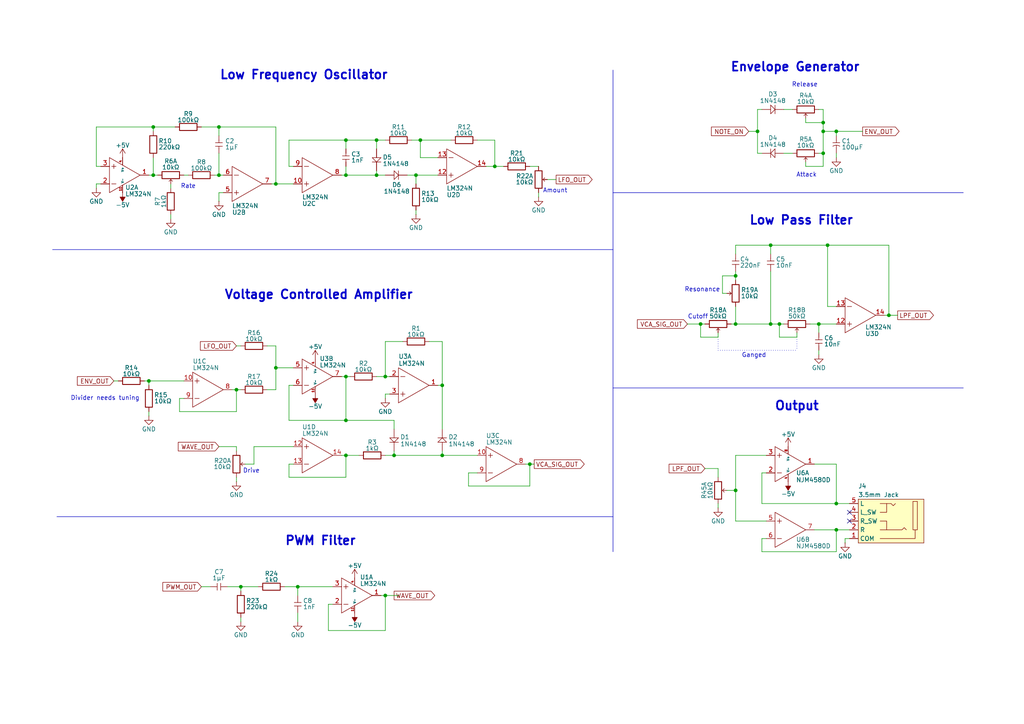
<source format=kicad_sch>
(kicad_sch (version 20250114) (generator "eeschema") (generator_version "9.0")
  (paper "A4")
  (text "Cutoff" (at 202.438 91.948 0) (effects (font (size 1.27 1.27))))
  (text "Output" (at 231.14 117.856 0) (effects (font (size 2.54 2.54) (thickness 0.508) (bold yes))))
  (text "PWM Filter" (at 92.964 156.972 0) (effects (font (size 2.54 2.54) (thickness 0.508) (bold yes))))
  (text "Rate" (at 54.61 54.102 0) (effects (font (size 1.27 1.27))))
  (text "Ganged" (at 218.694 103.124 0) (effects (font (size 1.27 1.27))))
  (text "Low Frequency Oscillator" (at 88.138 21.844 0) (effects (font (size 2.54 2.54) (thickness 0.508) (bold yes))))
  (text "Resonance" (at 203.708 84.074 0) (effects (font (size 1.27 1.27))))
  (text "Envelope Generator" (at 230.632 19.558 0) (effects (font (size 2.54 2.54) (thickness 0.508) (bold yes))))
  (text "Drive" (at 72.898 136.652 0) (effects (font (size 1.27 1.27))))
  (text "Divider needs tuning\n" (at 30.48 115.57 0) (effects (font (size 1.27 1.27))))
  (text "Amount" (at 161.036 55.372 0) (effects (font (size 1.27 1.27))))
  (text "Low Pass Filter" (at 232.41 64.008 0) (effects (font (size 2.54 2.54) (thickness 0.508) (bold yes))))
  (text "Attack\n" (at 233.934 50.8 0) (effects (font (size 1.27 1.27))))
  (text "Voltage Controlled Amplifier" (at 92.456 85.598 0) (effects (font (size 2.54 2.54) (thickness 0.508) (bold yes))))
  (text "Release" (at 233.426 24.638 0) (effects (font (size 1.27 1.27))))
  (junction (at 120.65 50.8))
  (junction (at 128.27 132.08))
  (junction (at 242.57 153.67))
  (junction (at 257.81 91.44))
  (junction (at 111.76 109.22))
  (junction (at 100.33 121.92))
  (junction (at 100.33 109.22))
  (junction (at 223.52 71.12))
  (junction (at 226.06 93.98))
  (junction (at 109.22 40.64))
  (junction (at 213.36 142.24))
  (junction (at 242.57 146.05))
  (junction (at 213.36 93.98))
  (junction (at 238.76 44.45))
  (junction (at 109.22 50.8))
  (junction (at 80.01 106.68))
  (junction (at 63.5 36.83))
  (junction (at 153.67 134.62))
  (junction (at 128.27 111.76))
  (junction (at 203.2 93.98))
  (junction (at 63.5 50.8))
  (junction (at 238.76 35.56))
  (junction (at 44.45 36.83))
  (junction (at 121.92 40.64))
  (junction (at 237.49 93.98))
  (junction (at 100.33 40.64))
  (junction (at 213.36 80.01))
  (junction (at 44.45 50.8))
  (junction (at 242.57 38.1))
  (junction (at 68.58 113.03))
  (junction (at 143.51 48.26))
  (junction (at 219.71 38.1))
  (junction (at 223.52 93.98))
  (junction (at 86.36 170.18))
  (junction (at 111.76 172.72))
  (junction (at 69.85 170.18))
  (junction (at 43.18 110.49))
  (junction (at 80.01 53.34))
  (junction (at 100.33 132.08))
  (junction (at 238.76 38.1))
  (junction (at 240.03 71.12))
  (junction (at 114.3 132.08))
  (junction (at 100.33 50.8))
  (no_connect (at 246.38 151.13))
  (no_connect (at 246.38 148.59))
  (wire (pts (xy 63.5 55.88) (xy 64.77 55.88)))
  (wire (pts (xy 213.36 93.98) (xy 213.36 88.9)))
  (wire (pts (xy 86.36 170.18) (xy 96.52 170.18)))
  (wire (pts (xy 204.47 135.89) (xy 208.28 135.89)))
  (wire (pts (xy 213.36 73.66) (xy 213.36 71.12)))
  (wire (pts (xy 219.71 31.75) (xy 219.71 38.1)))
  (wire (pts (xy 213.36 132.08) (xy 222.25 132.08)))
  (wire (pts (xy 242.57 134.62) (xy 236.22 134.62)))
  (wire (pts (xy 213.36 142.24) (xy 213.36 132.08)))
  (wire (pts (xy 63.5 36.83) (xy 63.5 39.37)))
  (wire (pts (xy 68.58 113.03) (xy 67.31 113.03)))
  (wire (pts (xy 242.57 160.02) (xy 242.57 153.67)))
  (wire (pts (xy 50.8 36.83) (xy 44.45 36.83)))
  (wire (pts (xy 27.94 53.34) (xy 27.94 54.61)))
  (wire (pts (xy 128.27 99.06) (xy 128.27 111.76)))
  (wire (pts (xy 210.82 85.09) (xy 209.55 85.09)))
  (wire (pts (xy 128.27 111.76) (xy 128.27 124.46)))
  (wire (pts (xy 203.2 97.79) (xy 203.2 93.98)))
  (wire (pts (xy 53.34 50.8) (xy 54.61 50.8)))
  (wire (pts (xy 95.25 175.26) (xy 95.25 182.88)))
  (wire (pts (xy 120.65 62.23) (xy 120.65 60.96)))
  (wire (pts (xy 113.03 114.3) (xy 111.76 114.3)))
  (wire (pts (xy 121.92 45.72) (xy 121.92 40.64)))
  (wire (pts (xy 219.71 38.1) (xy 219.71 44.45)))
  (wire (pts (xy 29.21 53.34) (xy 27.94 53.34)))
  (wire (pts (xy 43.18 119.38) (xy 43.18 120.65)))
  (wire (pts (xy 85.09 111.76) (xy 83.82 111.76)))
  (wire (pts (xy 109.22 49.53) (xy 109.22 50.8)))
  (wire (pts (xy 128.27 130.81) (xy 128.27 132.08)))
  (wire (pts (xy 257.81 71.12) (xy 257.81 91.44)))
  (wire (pts (xy 53.34 115.57) (xy 52.07 115.57)))
  (wire (pts (xy 237.49 93.98) (xy 242.57 93.98)))
  (wire (pts (xy 234.95 93.98) (xy 237.49 93.98)))
  (wire (pts (xy 41.91 110.49) (xy 43.18 110.49)))
  (wire (pts (xy 69.85 179.07) (xy 69.85 180.34)))
  (wire (pts (xy 116.84 99.06) (xy 111.76 99.06)))
  (wire (pts (xy 63.5 58.42) (xy 63.5 55.88)))
  (wire (pts (xy 63.5 129.54) (xy 68.58 129.54)))
  (wire (pts (xy 77.47 100.33) (xy 80.01 100.33)))
  (wire (pts (xy 100.33 50.8) (xy 100.33 48.26)))
  (wire (pts (xy 44.45 45.72) (xy 44.45 50.8)))
  (wire (pts (xy 138.43 137.16) (xy 135.89 137.16)))
  (wire (pts (xy 83.82 121.92) (xy 100.33 121.92)))
  (wire (pts (xy 213.36 71.12) (xy 223.52 71.12)))
  (wire (pts (xy 85.09 134.62) (xy 83.82 134.62)))
  (wire (pts (xy 69.85 170.18) (xy 74.93 170.18)))
  (wire (pts (xy 114.3 121.92) (xy 100.33 121.92)))
  (wire (pts (xy 73.66 129.54) (xy 85.09 129.54)))
  (wire (pts (xy 220.98 156.21) (xy 220.98 160.02)))
  (wire (pts (xy 77.47 113.03) (xy 80.01 113.03)))
  (wire (pts (xy 227.33 31.75) (xy 229.87 31.75)))
  (wire (pts (xy 227.33 44.45) (xy 229.87 44.45)))
  (wire (pts (xy 68.58 129.54) (xy 68.58 130.81)))
  (wire (pts (xy 209.55 85.09) (xy 209.55 80.01)))
  (wire (pts (xy 213.36 142.24) (xy 213.36 151.13)))
  (wire (pts (xy 128.27 111.76) (xy 127 111.76)))
  (wire (pts (xy 203.2 93.98) (xy 204.47 93.98)))
  (wire (pts (xy 226.06 93.98) (xy 227.33 93.98)))
  (wire (pts (xy 143.51 40.64) (xy 143.51 48.26)))
  (wire (pts (xy 44.45 36.83) (xy 27.94 36.83)))
  (wire (pts (xy 43.18 110.49) (xy 53.34 110.49)))
  (wire (pts (xy 73.66 134.62) (xy 73.66 129.54)))
  (wire (pts (xy 242.57 38.1) (xy 250.19 38.1)))
  (wire (pts (xy 242.57 153.67) (xy 246.38 153.67)))
  (wire (pts (xy 219.71 44.45) (xy 220.98 44.45)))
  (polyline (pts (xy 177.8 112.522) (xy 279.4 112.522)))
  (wire (pts (xy 100.33 109.22) (xy 100.33 121.92)))
  (wire (pts (xy 68.58 138.43) (xy 68.58 139.7)))
  (wire (pts (xy 156.21 55.88) (xy 156.21 57.15)))
  (wire (pts (xy 114.3 132.08) (xy 128.27 132.08)))
  (wire (pts (xy 63.5 36.83) (xy 80.01 36.83)))
  (wire (pts (xy 257.81 91.44) (xy 260.35 91.44)))
  (wire (pts (xy 161.29 52.07) (xy 158.75 52.07)))
  (wire (pts (xy 231.14 96.52) (xy 231.14 97.79)))
  (wire (pts (xy 121.92 40.64) (xy 130.81 40.64)))
  (wire (pts (xy 223.52 93.98) (xy 226.06 93.98)))
  (wire (pts (xy 58.42 170.18) (xy 60.96 170.18)))
  (wire (pts (xy 100.33 109.22) (xy 101.6 109.22)))
  (wire (pts (xy 213.36 93.98) (xy 223.52 93.98)))
  (wire (pts (xy 128.27 132.08) (xy 138.43 132.08)))
  (wire (pts (xy 223.52 71.12) (xy 223.52 73.66)))
  (wire (pts (xy 83.82 138.43) (xy 100.33 138.43)))
  (polyline (pts (xy 177.8 55.88) (xy 279.4 55.88)))
  (wire (pts (xy 111.76 99.06) (xy 111.76 109.22)))
  (wire (pts (xy 114.3 130.81) (xy 114.3 132.08)))
  (wire (pts (xy 95.25 182.88) (xy 111.76 182.88)))
  (wire (pts (xy 111.76 114.3) (xy 111.76 115.57)))
  (wire (pts (xy 143.51 48.26) (xy 146.05 48.26)))
  (wire (pts (xy 80.01 113.03) (xy 80.01 106.68)))
  (wire (pts (xy 43.18 110.49) (xy 43.18 111.76)))
  (wire (pts (xy 86.36 170.18) (xy 86.36 172.72)))
  (wire (pts (xy 68.58 113.03) (xy 69.85 113.03)))
  (wire (pts (xy 208.28 146.05) (xy 208.28 147.32)))
  (wire (pts (xy 257.81 91.44) (xy 256.54 91.44)))
  (wire (pts (xy 231.14 97.79) (xy 226.06 97.79)))
  (polyline (pts (xy 208.28 97.79) (xy 208.28 101.6)) (stroke (width 0) (type dot)))
  (wire (pts (xy 99.06 50.8) (xy 100.33 50.8)))
  (wire (pts (xy 111.76 109.22) (xy 113.03 109.22)))
  (wire (pts (xy 111.76 172.72) (xy 115.57 172.72)))
  (wire (pts (xy 238.76 31.75) (xy 238.76 35.56)))
  (wire (pts (xy 109.22 40.64) (xy 111.76 40.64)))
  (wire (pts (xy 69.85 170.18) (xy 69.85 171.45)))
  (wire (pts (xy 238.76 38.1) (xy 238.76 44.45)))
  (wire (pts (xy 86.36 177.8) (xy 86.36 180.34)))
  (polyline (pts (xy 16.51 149.86) (xy 177.8 149.86)))
  (wire (pts (xy 63.5 50.8) (xy 64.77 50.8)))
  (wire (pts (xy 153.67 134.62) (xy 152.4 134.62)))
  (wire (pts (xy 213.36 80.01) (xy 213.36 81.28)))
  (wire (pts (xy 223.52 78.74) (xy 223.52 93.98)))
  (wire (pts (xy 208.28 96.52) (xy 208.28 97.79)))
  (wire (pts (xy 27.94 36.83) (xy 27.94 48.26)))
  (wire (pts (xy 33.02 110.49) (xy 34.29 110.49)))
  (wire (pts (xy 238.76 38.1) (xy 242.57 38.1)))
  (wire (pts (xy 238.76 31.75) (xy 237.49 31.75)))
  (wire (pts (xy 80.01 53.34) (xy 78.74 53.34)))
  (wire (pts (xy 238.76 48.26) (xy 238.76 44.45)))
  (wire (pts (xy 240.03 71.12) (xy 240.03 88.9)))
  (wire (pts (xy 217.17 38.1) (xy 219.71 38.1)))
  (wire (pts (xy 242.57 88.9) (xy 240.03 88.9)))
  (wire (pts (xy 240.03 71.12) (xy 257.81 71.12)))
  (wire (pts (xy 100.33 50.8) (xy 109.22 50.8)))
  (wire (pts (xy 246.38 156.21) (xy 245.11 156.21)))
  (wire (pts (xy 83.82 40.64) (xy 100.33 40.64)))
  (wire (pts (xy 209.55 80.01) (xy 213.36 80.01)))
  (wire (pts (xy 82.55 170.18) (xy 86.36 170.18)))
  (wire (pts (xy 238.76 35.56) (xy 238.76 38.1)))
  (wire (pts (xy 109.22 109.22) (xy 111.76 109.22)))
  (wire (pts (xy 121.92 40.64) (xy 119.38 40.64)))
  (wire (pts (xy 242.57 146.05) (xy 246.38 146.05)))
  (wire (pts (xy 80.01 106.68) (xy 85.09 106.68)))
  (wire (pts (xy 233.68 34.29) (xy 233.68 35.56)))
  (wire (pts (xy 111.76 182.88) (xy 111.76 172.72)))
  (wire (pts (xy 49.53 53.34) (xy 49.53 54.61)))
  (wire (pts (xy 222.25 156.21) (xy 220.98 156.21)))
  (wire (pts (xy 245.11 156.21) (xy 245.11 157.48)))
  (wire (pts (xy 83.82 134.62) (xy 83.82 138.43)))
  (wire (pts (xy 233.68 35.56) (xy 238.76 35.56)))
  (wire (pts (xy 109.22 50.8) (xy 111.76 50.8)))
  (wire (pts (xy 222.25 137.16) (xy 220.98 137.16)))
  (wire (pts (xy 199.39 93.98) (xy 203.2 93.98)))
  (wire (pts (xy 220.98 137.16) (xy 220.98 146.05)))
  (wire (pts (xy 242.57 44.45) (xy 242.57 45.72)))
  (wire (pts (xy 27.94 48.26) (xy 29.21 48.26)))
  (wire (pts (xy 153.67 134.62) (xy 154.94 134.62)))
  (polyline (pts (xy 177.8 20.32) (xy 177.8 160.02)))
  (wire (pts (xy 213.36 78.74) (xy 213.36 80.01)))
  (wire (pts (xy 100.33 40.64) (xy 109.22 40.64)))
  (wire (pts (xy 153.67 48.26) (xy 156.21 48.26)))
  (wire (pts (xy 127 45.72) (xy 121.92 45.72)))
  (wire (pts (xy 120.65 50.8) (xy 127 50.8)))
  (wire (pts (xy 212.09 93.98) (xy 213.36 93.98)))
  (wire (pts (xy 49.53 62.23) (xy 49.53 63.5)))
  (wire (pts (xy 233.68 48.26) (xy 233.68 46.99)))
  (wire (pts (xy 138.43 40.64) (xy 143.51 40.64)))
  (wire (pts (xy 135.89 137.16) (xy 135.89 140.97)))
  (wire (pts (xy 143.51 48.26) (xy 140.97 48.26)))
  (wire (pts (xy 80.01 53.34) (xy 85.09 53.34)))
  (wire (pts (xy 120.65 50.8) (xy 120.65 53.34)))
  (wire (pts (xy 96.52 175.26) (xy 95.25 175.26)))
  (wire (pts (xy 85.09 48.26) (xy 83.82 48.26)))
  (wire (pts (xy 99.06 132.08) (xy 100.33 132.08)))
  (polyline (pts (xy 208.28 101.6) (xy 231.14 101.6)) (stroke (width 0) (type dot)))
  (wire (pts (xy 208.28 135.89) (xy 208.28 138.43)))
  (wire (pts (xy 238.76 44.45) (xy 237.49 44.45)))
  (wire (pts (xy 237.49 101.6) (xy 237.49 102.87)))
  (wire (pts (xy 220.98 31.75) (xy 219.71 31.75)))
  (wire (pts (xy 110.49 172.72) (xy 111.76 172.72)))
  (wire (pts (xy 62.23 50.8) (xy 63.5 50.8)))
  (wire (pts (xy 233.68 48.26) (xy 238.76 48.26)))
  (wire (pts (xy 222.25 151.13) (xy 213.36 151.13)))
  (wire (pts (xy 80.01 36.83) (xy 80.01 53.34)))
  (wire (pts (xy 100.33 132.08) (xy 104.14 132.08)))
  (wire (pts (xy 100.33 138.43) (xy 100.33 132.08)))
  (polyline (pts (xy 15.24 72.39) (xy 177.8 72.39)))
  (wire (pts (xy 111.76 132.08) (xy 114.3 132.08)))
  (wire (pts (xy 208.28 97.79) (xy 203.2 97.79)))
  (wire (pts (xy 223.52 71.12) (xy 240.03 71.12)))
  (wire (pts (xy 66.04 170.18) (xy 69.85 170.18)))
  (wire (pts (xy 83.82 111.76) (xy 83.82 121.92)))
  (wire (pts (xy 44.45 50.8) (xy 45.72 50.8)))
  (wire (pts (xy 114.3 124.46) (xy 114.3 121.92)))
  (wire (pts (xy 226.06 97.79) (xy 226.06 93.98)))
  (wire (pts (xy 68.58 119.38) (xy 68.58 113.03)))
  (wire (pts (xy 135.89 140.97) (xy 153.67 140.97)))
  (wire (pts (xy 71.12 134.62) (xy 73.66 134.62)))
  (wire (pts (xy 43.18 50.8) (xy 44.45 50.8)))
  (wire (pts (xy 52.07 115.57) (xy 52.07 119.38)))
  (wire (pts (xy 118.11 50.8) (xy 120.65 50.8)))
  (wire (pts (xy 237.49 93.98) (xy 237.49 96.52)))
  (wire (pts (xy 58.42 36.83) (xy 63.5 36.83)))
  (wire (pts (xy 242.57 38.1) (xy 242.57 39.37)))
  (wire (pts (xy 100.33 43.18) (xy 100.33 40.64)))
  (wire (pts (xy 220.98 146.05) (xy 242.57 146.05)))
  (wire (pts (xy 83.82 48.26) (xy 83.82 40.64)))
  (wire (pts (xy 99.06 109.22) (xy 100.33 109.22)))
  (wire (pts (xy 80.01 100.33) (xy 80.01 106.68)))
  (wire (pts (xy 242.57 146.05) (xy 242.57 134.62)))
  (wire (pts (xy 109.22 43.18) (xy 109.22 40.64)))
  (wire (pts (xy 52.07 119.38) (xy 68.58 119.38)))
  (wire (pts (xy 210.82 142.24) (xy 213.36 142.24)))
  (wire (pts (xy 63.5 44.45) (xy 63.5 50.8)))
  (wire (pts (xy 44.45 36.83) (xy 44.45 38.1)))
  (wire (pts (xy 124.46 99.06) (xy 128.27 99.06)))
  (wire (pts (xy 68.58 100.33) (xy 69.85 100.33)))
  (wire (pts (xy 220.98 160.02) (xy 242.57 160.02)))
  (wire (pts (xy 153.67 134.62) (xy 153.67 140.97)))
  (wire (pts (xy 236.22 153.67) (xy 242.57 153.67)))
  (polyline (pts (xy 231.14 97.79) (xy 231.14 101.6)) (stroke (width 0) (type dot)))
  (global_label "LFO_OUT" (shape output) (at 161.29 52.07 0) (property "Intersheetrefs" "${INTERSHEET_REFS}" (effects (hide yes))))
  (global_label "NOTE_ON" (shape input) (at 217.17 38.1 180) (property "Intersheetrefs" "${INTERSHEET_REFS}" (effects (hide yes))))
  (global_label "LPF_OUT" (shape input) (at 204.47 135.89 180) (property "Intersheetrefs" "${INTERSHEET_REFS}" (effects (hide yes))))
  (global_label "PWM_OUT" (shape input) (at 58.42 170.18 180) (property "Intersheetrefs" "${INTERSHEET_REFS}" (effects (hide yes))))
  (global_label "WAVE_OUT" (shape input) (at 63.5 129.54 180) (property "Intersheetrefs" "${INTERSHEET_REFS}" (effects (hide yes))))
  (global_label "VCA_SIG_OUT" (shape input) (at 199.39 93.98 180) (property "Intersheetrefs" "${INTERSHEET_REFS}" (effects (hide yes))))
  (global_label "VCA_SIG_OUT" (shape output) (at 154.94 134.62 0) (property "Intersheetrefs" "${INTERSHEET_REFS}" (effects (hide yes))))
  (global_label "WAVE_OUT" (shape output) (at 114.3 172.72 0) (property "Intersheetrefs" "${INTERSHEET_REFS}" (effects (hide yes))))
  (global_label "ENV_OUT" (shape input) (at 33.02 110.49 180) (property "Intersheetrefs" "${INTERSHEET_REFS}" (effects (hide yes))))
  (global_label "LFO_OUT" (shape input) (at 68.58 100.33 180) (property "Intersheetrefs" "${INTERSHEET_REFS}" (effects (hide yes))))
  (global_label "LPF_OUT" (shape output) (at 260.35 91.44 0) (property "Intersheetrefs" "${INTERSHEET_REFS}" (effects (hide yes))))
  (global_label "ENV_OUT" (shape output) (at 250.19 38.1 0) (property "Intersheetrefs" "${INTERSHEET_REFS}" (effects (hide yes))))
  (symbol (lib_id "power:+5V") (at 228.6 129.54 0) (unit 1)
    (property "Reference" "#PWR033" (effects (hide yes)))
    (property "Value" "+5V" (at 228.6 125.984 0))
    (property "Description" "Power symbol creates a global label with name \"+5V\"" (effects (hide yes)))
  )
  (symbol (lib_id "LiveWires:PTV112-4420A-A103") (at 49.53 50.8 0) (mirror y) (unit 1)
    (property "Reference" "R6" (at 49.53 46.736 0))
    (property "Value" "10kΩ" (at 49.53 48.514 0))
    (property "Footprint" "LiveWires:PTV112-4420A" (effects (hide yes)))
    (property "Description" "10K Dual Ganged Pot Audio Taper" (effects (hide yes)))
    (property "Cost" "0.899" (effects (hide yes)))
    (property "MPN" "PTV112-4420A-A103" (effects (hide yes)))
    (property "Manufacturer" "Bourns" (effects (hide yes)))
  )
  (symbol (lib_id "LiveWires:LW_R-10K") (at 134.62 40.64 0) (unit 1)
    (property "Reference" "R12" (at 134.62 36.83 0))
    (property "Value" "10kΩ" (at 134.62 38.608 0))
    (property "Footprint" "LiveWires:LW_Res" (effects (hide yes)))
    (property "Description" "10kΩ Through Hole Resistor (Generic)" (effects (hide yes)))
    (property "Cost" "0.03" (effects (hide yes)))
    (property "MPN" "MF0W4FF1002" (effects (hide yes)))
    (property "Manufacturer" "Royal Ohm" (effects (hide yes)))
  )
  (symbol (lib_id "LiveWires:LM324N") (at 96.52 170.18 0) (unit 1)
    (property "Reference" "U1" (at 104.394 167.386 0) (effects (justify left)))
    (property "Value" "LM324N" (at 104.394 169.291 0) (effects (justify left)))
    (property "Footprint" "LiveWires:LW_DIP14_Narrow" (effects (hide yes)))
    (property "Datasheet" "https://www.ti.com/lit/ds/symlink/lm324ba.pdf" (effects (hide yes)))
    (property "Description" "4-unit op amp" (effects (hide yes)))
    (property "Cost" "0.25" (effects (hide yes)))
    (property "MPN" "LM324N" (effects (hide yes)))
    (property "Manufacturer" "TI" (effects (hide yes)))
  )
  (symbol (lib_id "LiveWires:PTV112-4420A-B503") (at 231.14 93.98 0) (unit 2)
    (property "Reference" "R18" (at 231.14 89.916 0))
    (property "Value" "50kΩ" (at 231.14 91.694 0))
    (property "Footprint" "LiveWires:PTV112-4420A" (effects (hide yes)))
    (property "Description" "Linear 50K Dual Ganged Pot" (effects (hide yes)))
    (property "Cost" "0.969" (effects (hide yes)))
    (property "MPN" "PTV112-4420A-B503" (effects (hide yes)))
    (property "Manufacturer" "Bourns" (effects (hide yes)))
  )
  (symbol (lib_id "LiveWires:LM324N") (at 33.655 61.595 0) (unit 5)
    (property "Reference" "U2" (effects (hide yes)))
    (property "Value" "LM324N" (effects (hide yes)))
    (property "Footprint" "LiveWires:LW_DIP14_Narrow" (effects (hide yes)))
    (property "Datasheet" "https://www.ti.com/lit/ds/symlink/lm324ba.pdf" (effects (hide yes)))
    (property "Description" "4-unit op amp" (effects (hide yes)))
    (property "Cost" "0.25" (effects (hide yes)))
    (property "MPN" "LM324N" (effects (hide yes)))
    (property "Manufacturer" "TI" (effects (hide yes)))
  )
  (symbol (lib_id "power:+5V") (at 91.44 104.14 0) (unit 1)
    (property "Reference" "#PWR02" (effects (hide yes)))
    (property "Value" "+5V" (at 91.44 100.584 0))
    (property "Description" "Power symbol creates a global label with name \"+5V\"" (effects (hide yes)))
  )
  (symbol (lib_id "LiveWires:LW_R-220K") (at 44.45 41.91 90) (unit 1)
    (property "Reference" "R10" (at 45.974 40.894 90) (effects (justify right)))
    (property "Value" "220kΩ" (at 45.974 42.672 90) (effects (justify right)))
    (property "Footprint" "LiveWires:LW_Res" (effects (hide yes)))
    (property "Description" "220kΩ Through Hole Resistor (Generic)" (effects (hide yes)))
    (property "Cost" "0.03" (effects (hide yes)))
    (property "MPN" "MF0W4FF2203" (effects (hide yes)))
    (property "Manufacturer" "Royal Ohm" (effects (hide yes)))
  )
  (symbol (lib_id "power:GND") (at 245.11 157.48 0) (unit 1)
    (property "Reference" "#PWR031" (effects (hide yes)))
    (property "Value" "GND" (at 245.11 161.29 0))
    (property "Description" "Power symbol creates a global label with name \"GND\" , ground" (effects (hide yes)))
  )
  (symbol (lib_id "LiveWires:LM324N") (at 85.09 129.54 0) (unit 4)
    (property "Reference" "U1" (at 87.63 123.825 0) (effects (justify left)))
    (property "Value" "LM324N" (at 87.63 125.73 0) (effects (justify left)))
    (property "Footprint" "LiveWires:LW_DIP14_Narrow" (effects (hide yes)))
    (property "Datasheet" "https://www.ti.com/lit/ds/symlink/lm324ba.pdf" (effects (hide yes)))
    (property "Description" "4-unit op amp" (effects (hide yes)))
    (property "Cost" "0.25" (effects (hide yes)))
    (property "MPN" "LM324N" (effects (hide yes)))
    (property "Manufacturer" "TI" (effects (hide yes)))
  )
  (symbol (lib_id "LiveWires:LW_C-10n") (at 223.52 76.2 90) (unit 1)
    (property "Reference" "C5" (at 225.044 75.184 90) (effects (justify right)))
    (property "Value" "10nF" (at 225.044 76.962 90) (effects (justify right)))
    (property "Footprint" "LiveWires:LW_CeramicCap_5.08mm" (effects (hide yes)))
    (property "Description" "10nF Ceramic Capacitor (generic)" (effects (hide yes)))
    (property "Cost" "0.07" (effects (hide yes)))
    (property "MPN" "TS170R1H103MSBFB0R" (effects (hide yes)))
    (property "Manufacturer" "Suntan" (effects (hide yes)))
  )
  (symbol (lib_id "LiveWires:LW_C-1n") (at 86.36 175.26 90) (unit 1)
    (property "Reference" "C8" (at 87.884 174.244 90) (effects (justify right)))
    (property "Value" "1nF" (at 87.884 176.022 90) (effects (justify right)))
    (property "Footprint" "LiveWires:LW_Cap_Disc" (effects (hide yes)))
    (property "Description" "1nF Ceramic Capacitor (generic)" (effects (hide yes)))
    (property "Cost" "0.09" (effects (hide yes)))
    (property "MPN" "TS170R2A102KSBBA0R" (effects (hide yes)))
    (property "Manufacturer" "Suntan" (effects (hide yes)))
  )
  (symbol (lib_id "power:GND") (at 242.57 45.72 0) (unit 1)
    (property "Reference" "#PWR04" (effects (hide yes)))
    (property "Value" "GND" (at 242.57 49.53 0))
    (property "Description" "Power symbol creates a global label with name \"GND\" , ground" (effects (hide yes)))
  )
  (symbol (lib_id "power:+5V") (at 102.87 167.64 0) (unit 1)
    (property "Reference" "#PWR013" (effects (hide yes)))
    (property "Value" "+5V" (at 102.87 164.084 0))
    (property "Description" "Power symbol creates a global label with name \"+5V\"" (effects (hide yes)))
  )
  (symbol (lib_id "LiveWires:1N4148") (at 220.98 31.75 0) (unit 1)
    (property "Reference" "D3" (at 224.155 27.305 0))
    (property "Value" "1N4148" (at 224.155 29.21 0))
    (property "Footprint" "LiveWires:LW_DIODE" (effects (hide yes)))
    (property "Description" "Small signal siwtching diode, through hole" (effects (hide yes)))
    (property "Cost" "0.016" (effects (hide yes)))
    (property "MPN" " 1N4148-T26A" (effects (hide yes)))
    (property "Manufacturer" "Onsemi" (effects (hide yes)))
  )
  (symbol (lib_id "LiveWires:LW_STEREO_JACK_3mm5") (at 246.38 146.05 0) (unit 1)
    (property "Reference" "J4" (at 248.92 140.97 0) (effects (justify left)))
    (property "Value" "3.5mm Jack" (at 248.92 143.51 0) (effects (justify left)))
    (property "Footprint" "LiveWires:LW_STEREO_JACK" (effects (hide yes)))
    (property "Datasheet" "https://static.rapidonline.com/pdf/20-0137_v1.pdf" (effects (hide yes)))
    (property "Description" "3.5mm stereo jack socket" (effects (hide yes)))
    (property "Cost" "0.264" (effects (hide yes)))
    (property "MPN" "20-0137" (effects (hide yes)))
    (property "Manufacturer" "TruConnect" (effects (hide yes)))
  )
  (symbol (lib_id "power:GND") (at 49.53 63.5 0) (unit 1)
    (property "Reference" "#PWR07" (effects (hide yes)))
    (property "Value" "GND" (at 49.53 67.31 0))
    (property "Description" "Power symbol creates a global label with name \"GND\" , ground" (effects (hide yes)))
  )
  (symbol (lib_id "LiveWires:NJM4580D") (at 227.33 147.32 0) (unit 3)
    (property "Reference" "U6" (effects (hide yes)))
    (property "Value" "NJM4580D" (effects (hide yes)))
    (property "Footprint" "LiveWires:LW_DIP8" (effects (hide yes)))
    (property "Datasheet" "https://www.nisshinbo-microdevices.co.jp/en/pdf/datasheet/NJM4580_E.pdf" (effects (hide yes)))
    (property "Description" "Stereo headphone amp" (effects (hide yes)))
    (property "Cost" "0.78" (effects (hide yes)))
    (property "MPN" "NJM4580D" (effects (hide yes)))
    (property "Manufacturer" "Nisshinbo" (effects (hide yes)))
  )
  (symbol (lib_id "LiveWires:NJM4580D") (at 222.25 132.08 0) (unit 1)
    (property "Reference" "U6" (at 230.886 137.16 0) (effects (justify left)))
    (property "Value" "NJM4580D" (at 230.886 139.192 0) (effects (justify left)))
    (property "Footprint" "LiveWires:LW_DIP8" (effects (hide yes)))
    (property "Datasheet" "https://www.nisshinbo-microdevices.co.jp/en/pdf/datasheet/NJM4580_E.pdf" (effects (hide yes)))
    (property "Description" "Stereo headphone amp" (effects (hide yes)))
    (property "Cost" "0.78" (effects (hide yes)))
    (property "MPN" "NJM4580D" (effects (hide yes)))
    (property "Manufacturer" "Nisshinbo" (effects (hide yes)))
  )
  (symbol (lib_id "LiveWires:LM324N") (at 64.77 55.88 0) (mirror x) (unit 2)
    (property "Reference" "U2" (at 67.31 61.595 0) (effects (justify left)))
    (property "Value" "LM324N" (at 67.31 59.69 0) (effects (justify left)))
    (property "Footprint" "LiveWires:LW_DIP14_Narrow" (effects (hide yes)))
    (property "Datasheet" "https://www.ti.com/lit/ds/symlink/lm324ba.pdf" (effects (hide yes)))
    (property "Description" "4-unit op amp" (effects (hide yes)))
    (property "Cost" "0.25" (effects (hide yes)))
    (property "MPN" "LM324N" (effects (hide yes)))
    (property "Manufacturer" "TI" (effects (hide yes)))
  )
  (symbol (lib_id "power:GND") (at 68.58 139.7 0) (unit 1)
    (property "Reference" "#PWR016" (effects (hide yes)))
    (property "Value" "GND" (at 68.58 143.51 0))
    (property "Description" "Power symbol creates a global label with name \"GND\" , ground" (effects (hide yes)))
  )
  (symbol (lib_id "LiveWires:LW_C-1n") (at 100.33 45.72 90) (unit 1)
    (property "Reference" "C3" (at 101.854 44.704 90) (effects (justify right)))
    (property "Value" "1nF" (at 101.854 46.482 90) (effects (justify right)))
    (property "Footprint" "LiveWires:LW_Cap_Disc" (effects (hide yes)))
    (property "Description" "1nF Ceramic Capacitor (generic)" (effects (hide yes)))
    (property "Cost" "0.09" (effects (hide yes)))
    (property "MPN" "TS170R2A102KSBBA0R" (effects (hide yes)))
    (property "Manufacturer" "Suntan" (effects (hide yes)))
  )
  (symbol (lib_id "LiveWires:LM324N") (at 100.965 183.515 0) (unit 5)
    (property "Reference" "U1" (effects (hide yes)))
    (property "Value" "LM324N" (effects (hide yes)))
    (property "Footprint" "LiveWires:LW_DIP14_Narrow" (effects (hide yes)))
    (property "Datasheet" "https://www.ti.com/lit/ds/symlink/lm324ba.pdf" (effects (hide yes)))
    (property "Description" "4-unit op amp" (effects (hide yes)))
    (property "Cost" "0.25" (effects (hide yes)))
    (property "MPN" "LM324N" (effects (hide yes)))
    (property "Manufacturer" "TI" (effects (hide yes)))
  )
  (symbol (lib_id "power:-5V") (at 91.44 114.3 180) (unit 1)
    (property "Reference" "#PWR03" (effects (hide yes)))
    (property "Value" "-5V" (at 91.44 117.856 0))
    (property "Description" "Power symbol creates a global label with name \"-5V\"" (effects (hide yes)))
  )
  (symbol (lib_id "LiveWires:LW_C-220n") (at 213.36 76.2 90) (unit 1)
    (property "Reference" "C4" (at 214.63 75.184 90) (effects (justify right)))
    (property "Value" "220nF" (at 214.63 76.962 90) (effects (justify right)))
    (property "Footprint" "LiveWires:LW_CeramicCap_5.08mm" (effects (hide yes)))
    (property "Description" "220nF Ceramic Capacitor (generic)" (effects (hide yes)))
    (property "Cost" "0.17" (effects (hide yes)))
    (property "MPN" "TS170R1H224MSBFB0R" (effects (hide yes)))
    (property "Manufacturer" "Suntan" (effects (hide yes)))
  )
  (symbol (lib_id "power:GND") (at 86.36 180.34 0) (unit 1)
    (property "Reference" "#PWR019" (effects (hide yes)))
    (property "Value" "GND" (at 86.36 184.15 0))
    (property "Description" "Power symbol creates a global label with name \"GND\" , ground" (effects (hide yes)))
  )
  (symbol (lib_id "LiveWires:LW_C-1u") (at 63.5 170.18 0) (unit 1)
    (property "Reference" "C7" (at 63.5 165.862 0))
    (property "Value" "1µF" (at 63.5 167.64 0))
    (property "Footprint" "LiveWires:LW_CeramicCap_5.08mm" (effects (hide yes)))
    (property "Description" "1µF Ceramic Capacitor (generic)" (effects (hide yes)))
    (property "Cost" "0.07" (effects (hide yes)))
    (property "MPN" "TS170R1H105MSBFB0R" (effects (hide yes)))
    (property "Manufacturer" "Suntan" (effects (hide yes)))
  )
  (symbol (lib_id "LiveWires:LW_C-1u") (at 63.5 41.91 90) (unit 1)
    (property "Reference" "C2" (at 65.278 40.894 90) (effects (justify right)))
    (property "Value" "1µF" (at 65.278 42.672 90) (effects (justify right)))
    (property "Footprint" "LiveWires:LW_CeramicCap_5.08mm" (effects (hide yes)))
    (property "Description" "1µF Ceramic Capacitor (generic)" (effects (hide yes)))
    (property "Cost" "0.07" (effects (hide yes)))
    (property "MPN" "TS170R1H105MSBFB0R" (effects (hide yes)))
    (property "Manufacturer" "Suntan" (effects (hide yes)))
  )
  (symbol (lib_id "power:GND") (at 237.49 102.87 0) (unit 1)
    (property "Reference" "#PWR012" (effects (hide yes)))
    (property "Value" "GND" (at 237.49 106.68 0))
    (property "Description" "Power symbol creates a global label with name \"GND\" , ground" (effects (hide yes)))
  )
  (symbol (lib_id "LiveWires:LM324N") (at 127 50.8 0) (mirror x) (unit 4)
    (property "Reference" "U2" (at 129.54 56.515 0) (effects (justify left)))
    (property "Value" "LM324N" (at 129.54 54.61 0) (effects (justify left)))
    (property "Footprint" "LiveWires:LW_DIP14_Narrow" (effects (hide yes)))
    (property "Datasheet" "https://www.ti.com/lit/ds/symlink/lm324ba.pdf" (effects (hide yes)))
    (property "Description" "4-unit op amp" (effects (hide yes)))
    (property "Cost" "0.25" (effects (hide yes)))
    (property "MPN" "LM324N" (effects (hide yes)))
    (property "Manufacturer" "TI" (effects (hide yes)))
  )
  (symbol (lib_id "LiveWires:PTV112-4420A-A103") (at 208.28 142.24 90) (unit 1)
    (property "Reference" "R45" (at 204.216 142.24 0))
    (property "Value" "10kΩ" (at 205.994 142.24 0))
    (property "Footprint" "LiveWires:PTV112-4420A" (effects (hide yes)))
    (property "Description" "10K Dual Ganged Pot Audio Taper" (effects (hide yes)))
    (property "Cost" "0.899" (effects (hide yes)))
    (property "MPN" "PTV112-4420A-A103" (effects (hide yes)))
    (property "Manufacturer" "Bourns" (effects (hide yes)))
  )
  (symbol (lib_id "power:-5V") (at 102.87 177.8 180) (unit 1)
    (property "Reference" "#PWR014" (effects (hide yes)))
    (property "Value" "-5V" (at 102.87 181.356 0))
    (property "Description" "Power symbol creates a global label with name \"-5V\"" (effects (hide yes)))
  )
  (symbol (lib_id "power:GND") (at 120.65 62.23 0) (unit 1)
    (property "Reference" "#PWR05" (effects (hide yes)))
    (property "Value" "GND" (at 120.65 66.04 0))
    (property "Description" "Power symbol creates a global label with name \"GND\" , ground" (effects (hide yes)))
  )
  (symbol (lib_id "LiveWires:LM324N") (at 89.535 120.015 0) (unit 5)
    (property "Reference" "U3" (effects (hide yes)))
    (property "Value" "LM324N" (effects (hide yes)))
    (property "Footprint" "LiveWires:LW_DIP14_Narrow" (effects (hide yes)))
    (property "Datasheet" "https://www.ti.com/lit/ds/symlink/lm324ba.pdf" (effects (hide yes)))
    (property "Description" "4-unit op amp" (effects (hide yes)))
    (property "Cost" "0.25" (effects (hide yes)))
    (property "MPN" "LM324N" (effects (hide yes)))
    (property "Manufacturer" "TI" (effects (hide yes)))
  )
  (symbol (lib_id "LiveWires:1N4148") (at 227.33 44.45 0) (mirror y) (unit 1)
    (property "Reference" "D4" (at 224.155 40.005 0))
    (property "Value" "1N4148" (at 224.155 41.91 0))
    (property "Footprint" "LiveWires:LW_DIODE" (effects (hide yes)))
    (property "Description" "Small signal siwtching diode, through hole" (effects (hide yes)))
    (property "Cost" "0.016" (effects (hide yes)))
    (property "MPN" " 1N4148-T26A" (effects (hide yes)))
    (property "Manufacturer" "Onsemi" (effects (hide yes)))
  )
  (symbol (lib_id "LiveWires:LM324N") (at 242.57 93.98 0) (mirror x) (unit 4)
    (property "Reference" "U3" (at 250.952 96.774 0) (effects (justify left)))
    (property "Value" "LM324N" (at 250.952 94.869 0) (effects (justify left)))
    (property "Footprint" "LiveWires:LW_DIP14_Narrow" (effects (hide yes)))
    (property "Datasheet" "https://www.ti.com/lit/ds/symlink/lm324ba.pdf" (effects (hide yes)))
    (property "Description" "4-unit op amp" (effects (hide yes)))
    (property "Cost" "0.25" (effects (hide yes)))
    (property "MPN" "LM324N" (effects (hide yes)))
    (property "Manufacturer" "TI" (effects (hide yes)))
  )
  (symbol (lib_id "power:GND") (at 43.18 120.65 0) (unit 1)
    (property "Reference" "#PWR011" (effects (hide yes)))
    (property "Value" "GND" (at 43.18 124.46 0))
    (property "Description" "Power symbol creates a global label with name \"GND\" , ground" (effects (hide yes)))
  )
  (symbol (lib_id "LiveWires:PTV112-4420A-A103") (at 213.36 85.09 270) (unit 1)
    (property "Reference" "R19" (at 217.424 84.074 90))
    (property "Value" "10kΩ" (at 217.424 85.852 90))
    (property "Footprint" "LiveWires:PTV112-4420A" (effects (hide yes)))
    (property "Description" "10K Dual Ganged Pot Audio Taper" (effects (hide yes)))
    (property "Cost" "0.899" (effects (hide yes)))
    (property "MPN" "PTV112-4420A-A103" (effects (hide yes)))
    (property "Manufacturer" "Bourns" (effects (hide yes)))
  )
  (symbol (lib_id "LiveWires:LW_R-10K") (at 43.18 115.57 90) (unit 1)
    (property "Reference" "R15" (at 44.704 114.554 90) (effects (justify right)))
    (property "Value" "10kΩ" (at 44.704 116.332 90) (effects (justify right)))
    (property "Footprint" "LiveWires:LW_Res" (effects (hide yes)))
    (property "Description" "10kΩ Through Hole Resistor (Generic)" (effects (hide yes)))
    (property "Cost" "0.03" (effects (hide yes)))
    (property "MPN" "MF0W4FF1002" (effects (hide yes)))
    (property "Manufacturer" "Royal Ohm" (effects (hide yes)))
  )
  (symbol (lib_id "LiveWires:LW_R-10K") (at 115.57 40.64 0) (unit 1)
    (property "Reference" "R11" (at 115.57 36.83 0))
    (property "Value" "10kΩ" (at 115.57 38.608 0))
    (property "Footprint" "LiveWires:LW_Res" (effects (hide yes)))
    (property "Description" "10kΩ Through Hole Resistor (Generic)" (effects (hide yes)))
    (property "Cost" "0.03" (effects (hide yes)))
    (property "MPN" "MF0W4FF1002" (effects (hide yes)))
    (property "Manufacturer" "Royal Ohm" (effects (hide yes)))
  )
  (symbol (lib_id "LiveWires:LW_R-1K") (at 78.74 170.18 0) (unit 1)
    (property "Reference" "R24" (at 78.74 166.37 0))
    (property "Value" "1kΩ" (at 78.74 168.148 0))
    (property "Footprint" "LiveWires:LW_Res" (effects (hide yes)))
    (property "Description" "1kΩ Through Hole Resistor (Generic)" (effects (hide yes)))
    (property "Cost" "0.03" (effects (hide yes)))
    (property "MPN" "MF0W4FF1001" (effects (hide yes)))
    (property "Manufacturer" "Royal Ohm" (effects (hide yes)))
  )
  (symbol (lib_id "LiveWires:LM324N") (at 53.34 110.49 0) (unit 3)
    (property "Reference" "U1" (at 55.88 104.775 0) (effects (justify left)))
    (property "Value" "LM324N" (at 55.88 106.68 0) (effects (justify left)))
    (property "Footprint" "LiveWires:LW_DIP14_Narrow" (effects (hide yes)))
    (property "Datasheet" "https://www.ti.com/lit/ds/symlink/lm324ba.pdf" (effects (hide yes)))
    (property "Description" "4-unit op amp" (effects (hide yes)))
    (property "Cost" "0.25" (effects (hide yes)))
    (property "MPN" "LM324N" (effects (hide yes)))
    (property "Manufacturer" "TI" (effects (hide yes)))
  )
  (symbol (lib_id "LiveWires:NJM4580D") (at 222.25 151.13 0) (unit 2)
    (property "Reference" "U6" (at 230.886 156.464 0) (effects (justify left)))
    (property "Value" "NJM4580D" (at 230.886 158.369 0) (effects (justify left)))
    (property "Footprint" "LiveWires:LW_DIP8" (effects (hide yes)))
    (property "Datasheet" "https://www.nisshinbo-microdevices.co.jp/en/pdf/datasheet/NJM4580_E.pdf" (effects (hide yes)))
    (property "Description" "Stereo headphone amp" (effects (hide yes)))
    (property "Cost" "0.78" (effects (hide yes)))
    (property "MPN" "NJM4580D" (effects (hide yes)))
    (property "Manufacturer" "Nisshinbo" (effects (hide yes)))
  )
  (symbol (lib_id "LiveWires:LW_R-220K") (at 69.85 175.26 90) (unit 1)
    (property "Reference" "R23" (at 71.374 174.244 90) (effects (justify right)))
    (property "Value" "220kΩ" (at 71.374 176.022 90) (effects (justify right)))
    (property "Footprint" "LiveWires:LW_Res" (effects (hide yes)))
    (property "Description" "220kΩ Through Hole Resistor (Generic)" (effects (hide yes)))
    (property "Cost" "0.03" (effects (hide yes)))
    (property "MPN" "MF0W4FF2203" (effects (hide yes)))
    (property "Manufacturer" "Royal Ohm" (effects (hide yes)))
  )
  (symbol (lib_id "power:GND") (at 156.21 57.15 0) (unit 1)
    (property "Reference" "#PWR020" (effects (hide yes)))
    (property "Value" "GND" (at 156.21 60.96 0))
    (property "Description" "Power symbol creates a global label with name \"GND\" , ground" (effects (hide yes)))
  )
  (symbol (lib_id "power:GND") (at 111.76 115.57 0) (unit 1)
    (property "Reference" "#PWR01" (effects (hide yes)))
    (property "Value" "GND" (at 111.76 119.38 0))
    (property "Description" "Power symbol creates a global label with name \"GND\" , ground" (effects (hide yes)))
  )
  (symbol (lib_id "LiveWires:LW_C-100u") (at 242.57 41.91 90) (unit 1)
    (property "Reference" "C1" (at 244.094 40.894 90) (effects (justify right)))
    (property "Value" "100µF" (at 244.094 42.672 90) (effects (justify right)))
    (property "Footprint" "LiveWires:LW_CAP_Radial_D6.3mm_P2.50mm" (effects (hide yes)))
    (property "Description" "100µF Electrolytic, Cap 6.3mm diameter, 2.5mm pitch, 35V" (effects (hide yes)))
    (property "Cost" "0.10" (effects (hide yes)))
    (property "MPN" "TS13DE1V101MSB0A0R" (effects (hide yes)))
    (property "Manufacturer" "Suntan" (effects (hide yes)))
  )
  (symbol (lib_id "LiveWires:LW_R-100K") (at 58.42 50.8 0) (unit 1)
    (property "Reference" "R8" (at 58.42 46.99 0))
    (property "Value" "100kΩ" (at 58.42 48.768 0))
    (property "Footprint" "LiveWires:LW_Res" (effects (hide yes)))
    (property "Description" "100kΩ Through Hole Resistor (Generic)" (effects (hide yes)))
    (property "Cost" "0.03" (effects (hide yes)))
    (property "MPN" "MF0W4FF1003" (effects (hide yes)))
    (property "Manufacturer" "Royal Ohm" (effects (hide yes)))
  )
  (symbol (lib_id "LiveWires:LW_R-10K") (at 149.86 48.26 0) (unit 1)
    (property "Reference" "R21" (at 149.86 44.45 0))
    (property "Value" "10kΩ" (at 149.86 46.228 0))
    (property "Footprint" "LiveWires:LW_Res" (effects (hide yes)))
    (property "Description" "10kΩ Through Hole Resistor (Generic)" (effects (hide yes)))
    (property "Cost" "0.03" (effects (hide yes)))
    (property "MPN" "MF0W4FF1002" (effects (hide yes)))
    (property "Manufacturer" "Royal Ohm" (effects (hide yes)))
  )
  (symbol (lib_id "LiveWires:LW_R-100K") (at 54.61 36.83 0) (unit 1)
    (property "Reference" "R9" (at 54.61 33.02 0))
    (property "Value" "100kΩ" (at 54.61 34.798 0))
    (property "Footprint" "LiveWires:LW_Res" (effects (hide yes)))
    (property "Description" "100kΩ Through Hole Resistor (Generic)" (effects (hide yes)))
    (property "Cost" "0.03" (effects (hide yes)))
    (property "MPN" "MF0W4FF1003" (effects (hide yes)))
    (property "Manufacturer" "Royal Ohm" (effects (hide yes)))
  )
  (symbol (lib_id "LiveWires:1N4148") (at 128.27 130.81 90) (unit 1)
    (property "Reference" "D2" (at 130.048 126.746 90) (effects (justify right)))
    (property "Value" "1N4148" (at 130.048 128.778 90) (effects (justify right)))
    (property "Footprint" "LiveWires:LW_DIODE" (effects (hide yes)))
    (property "Description" "Small signal siwtching diode, through hole" (effects (hide yes)))
    (property "Cost" "0.016" (effects (hide yes)))
    (property "MPN" " 1N4148-T26A" (effects (hide yes)))
    (property "Manufacturer" "Onsemi" (effects (hide yes)))
  )
  (symbol (lib_id "power:GND") (at 208.28 147.32 0) (unit 1)
    (property "Reference" "#PWR030" (effects (hide yes)))
    (property "Value" "GND" (at 208.28 151.13 0))
    (property "Description" "Power symbol creates a global label with name \"GND\" , ground" (effects (hide yes)))
  )
  (symbol (lib_id "LiveWires:1N4148") (at 111.76 50.8 0) (unit 1)
    (property "Reference" "D6" (at 115.062 53.594 0))
    (property "Value" "1N4148" (at 115.062 55.499 0))
    (property "Footprint" "LiveWires:LW_DIODE" (effects (hide yes)))
    (property "Description" "Small signal siwtching diode, through hole" (effects (hide yes)))
    (property "Cost" "0.016" (effects (hide yes)))
    (property "MPN" " 1N4148-T26A" (effects (hide yes)))
    (property "Manufacturer" "Onsemi" (effects (hide yes)))
  )
  (symbol (lib_id "power:+5V") (at 35.56 45.72 0) (unit 1)
    (property "Reference" "#PWR09" (effects (hide yes)))
    (property "Value" "+5V" (at 35.56 42.164 0))
    (property "Description" "Power symbol creates a global label with name \"+5V\"" (effects (hide yes)))
  )
  (symbol (lib_id "LiveWires:LW_R-1K") (at 49.53 58.42 90) (unit 1)
    (property "Reference" "R7" (at 45.72 58.42 0))
    (property "Value" "1kΩ" (at 47.498 58.42 0))
    (property "Footprint" "LiveWires:LW_Res" (effects (hide yes)))
    (property "Description" "1kΩ Through Hole Resistor (Generic)" (effects (hide yes)))
    (property "Cost" "0.03" (effects (hide yes)))
    (property "MPN" "MF0W4FF1001" (effects (hide yes)))
    (property "Manufacturer" "Royal Ohm" (effects (hide yes)))
  )
  (symbol (lib_id "LiveWires:LW_C-10n") (at 237.49 99.06 90) (unit 1)
    (property "Reference" "C6" (at 239.014 98.044 90) (effects (justify right)))
    (property "Value" "10nF" (at 239.014 99.822 90) (effects (justify right)))
    (property "Footprint" "LiveWires:LW_CeramicCap_5.08mm" (effects (hide yes)))
    (property "Description" "10nF Ceramic Capacitor (generic)" (effects (hide yes)))
    (property "Cost" "0.07" (effects (hide yes)))
    (property "MPN" "TS170R1H103MSBFB0R" (effects (hide yes)))
    (property "Manufacturer" "Suntan" (effects (hide yes)))
  )
  (symbol (lib_id "LiveWires:LW_R-10K") (at 73.66 100.33 0) (unit 1)
    (property "Reference" "R16" (at 73.66 96.52 0))
    (property "Value" "10kΩ" (at 73.66 98.298 0))
    (property "Footprint" "LiveWires:LW_Res" (effects (hide yes)))
    (property "Description" "10kΩ Through Hole Resistor (Generic)" (effects (hide yes)))
    (property "Cost" "0.03" (effects (hide yes)))
    (property "MPN" "MF0W4FF1002" (effects (hide yes)))
    (property "Manufacturer" "Royal Ohm" (effects (hide yes)))
  )
  (symbol (lib_id "LiveWires:LW_R-1K") (at 107.95 132.08 0) (unit 1)
    (property "Reference" "R3" (at 107.95 128.27 0))
    (property "Value" "1kΩ" (at 107.95 130.048 0))
    (property "Footprint" "LiveWires:LW_Res" (effects (hide yes)))
    (property "Description" "1kΩ Through Hole Resistor (Generic)" (effects (hide yes)))
    (property "Cost" "0.03" (effects (hide yes)))
    (property "MPN" "MF0W4FF1001" (effects (hide yes)))
    (property "Manufacturer" "Royal Ohm" (effects (hide yes)))
  )
  (symbol (lib_id "LiveWires:LM324N") (at 138.43 132.08 0) (unit 3)
    (property "Reference" "U3" (at 140.97 126.365 0) (effects (justify left)))
    (property "Value" "LM324N" (at 140.97 128.27 0) (effects (justify left)))
    (property "Footprint" "LiveWires:LW_DIP14_Narrow" (effects (hide yes)))
    (property "Datasheet" "https://www.ti.com/lit/ds/symlink/lm324ba.pdf" (effects (hide yes)))
    (property "Description" "4-unit op amp" (effects (hide yes)))
    (property "Cost" "0.25" (effects (hide yes)))
    (property "MPN" "LM324N" (effects (hide yes)))
    (property "Manufacturer" "TI" (effects (hide yes)))
  )
  (symbol (lib_id "LiveWires:LM324N") (at 113.03 114.3 0) (mirror x) (unit 1)
    (property "Reference" "U3" (at 115.57 103.378 0) (effects (justify left)))
    (property "Value" "LM324N" (at 115.57 105.41 0) (effects (justify left)))
    (property "Footprint" "LiveWires:LW_DIP14_Narrow" (effects (hide yes)))
    (property "Datasheet" "https://www.ti.com/lit/ds/symlink/lm324ba.pdf" (effects (hide yes)))
    (property "Description" "4-unit op amp" (effects (hide yes)))
    (property "Cost" "0.25" (effects (hide yes)))
    (property "MPN" "LM324N" (effects (hide yes)))
    (property "Manufacturer" "TI" (effects (hide yes)))
  )
  (symbol (lib_id "LiveWires:1N4148") (at 109.22 43.18 270) (unit 1)
    (property "Reference" "D5" (at 110.998 45.593 90) (effects (justify left)))
    (property "Value" "1N4148" (at 110.998 47.498 90) (effects (justify left)))
    (property "Footprint" "LiveWires:LW_DIODE" (effects (hide yes)))
    (property "Description" "Small signal siwtching diode, through hole" (effects (hide yes)))
    (property "Cost" "0.016" (effects (hide yes)))
    (property "MPN" " 1N4148-T26A" (effects (hide yes)))
    (property "Manufacturer" "Onsemi" (effects (hide yes)))
  )
  (symbol (lib_id "LiveWires:LW_R-10K") (at 73.66 113.03 0) (unit 1)
    (property "Reference" "R17" (at 73.66 109.22 0))
    (property "Value" "10kΩ" (at 73.66 110.998 0))
    (property "Footprint" "LiveWires:LW_Res" (effects (hide yes)))
    (property "Description" "10kΩ Through Hole Resistor (Generic)" (effects (hide yes)))
    (property "Cost" "0.03" (effects (hide yes)))
    (property "MPN" "MF0W4FF1002" (effects (hide yes)))
    (property "Manufacturer" "Royal Ohm" (effects (hide yes)))
  )
  (symbol (lib_id "LiveWires:LM324N") (at 85.09 106.68 0) (unit 2)
    (property "Reference" "U3" (at 92.71 104.013 0) (effects (justify left)))
    (property "Value" "LM324N" (at 92.71 105.918 0) (effects (justify left)))
    (property "Footprint" "LiveWires:LW_DIP14_Narrow" (effects (hide yes)))
    (property "Datasheet" "https://www.ti.com/lit/ds/symlink/lm324ba.pdf" (effects (hide yes)))
    (property "Description" "4-unit op amp" (effects (hide yes)))
    (property "Cost" "0.25" (effects (hide yes)))
    (property "MPN" "LM324N" (effects (hide yes)))
    (property "Manufacturer" "TI" (effects (hide yes)))
  )
  (symbol (lib_id "LiveWires:LM324N") (at 29.21 48.26 0) (unit 1)
    (property "Reference" "U2" (at 36.322 54.356 0) (effects (justify left)))
    (property "Value" "LM324N" (at 36.322 56.261 0) (effects (justify left)))
    (property "Footprint" "LiveWires:LW_DIP14_Narrow" (effects (hide yes)))
    (property "Datasheet" "https://www.ti.com/lit/ds/symlink/lm324ba.pdf" (effects (hide yes)))
    (property "Description" "4-unit op amp" (effects (hide yes)))
    (property "Cost" "0.25" (effects (hide yes)))
    (property "MPN" "LM324N" (effects (hide yes)))
    (property "Manufacturer" "TI" (effects (hide yes)))
  )
  (symbol (lib_id "LiveWires:PTV112-4420A-A103") (at 156.21 52.07 90) (unit 1)
    (property "Reference" "R22" (at 154.686 51.054 90) (effects (justify left)))
    (property "Value" "10kΩ" (at 154.686 52.832 90) (effects (justify left)))
    (property "Footprint" "LiveWires:PTV112-4420A" (effects (hide yes)))
    (property "Description" "10K Dual Ganged Pot Audio Taper" (effects (hide yes)))
    (property "Cost" "0.899" (effects (hide yes)))
    (property "MPN" "PTV112-4420A-A103" (effects (hide yes)))
    (property "Manufacturer" "Bourns" (effects (hide yes)))
  )
  (symbol (lib_id "LiveWires:PTV112-4420A-A103") (at 233.68 44.45 0) (unit 1)
    (property "Reference" "R5" (at 233.68 40.386 0))
    (property "Value" "10kΩ" (at 233.68 42.164 0))
    (property "Footprint" "LiveWires:PTV112-4420A" (effects (hide yes)))
    (property "Description" "10K Dual Ganged Pot Audio Taper" (effects (hide yes)))
    (property "Cost" "0.899" (effects (hide yes)))
    (property "MPN" "PTV112-4420A-A103" (effects (hide yes)))
    (property "Manufacturer" "Bourns" (effects (hide yes)))
  )
  (symbol (lib_id "power:-5V") (at 228.6 139.7 180) (unit 1)
    (property "Reference" "#PWR032" (effects (hide yes)))
    (property "Value" "-5V" (at 228.6 143.256 0))
    (property "Description" "Power symbol creates a global label with name \"-5V\"" (effects (hide yes)))
  )
  (symbol (lib_id "power:GND") (at 63.5 58.42 0) (unit 1)
    (property "Reference" "#PWR06" (effects (hide yes)))
    (property "Value" "GND" (at 63.5 62.23 0))
    (property "Description" "Power symbol creates a global label with name \"GND\" , ground" (effects (hide yes)))
  )
  (symbol (lib_id "LiveWires:LW_R-10K") (at 105.41 109.22 0) (unit 1)
    (property "Reference" "R2" (at 105.41 105.41 0))
    (property "Value" "10kΩ" (at 105.41 107.188 0))
    (property "Footprint" "LiveWires:LW_Res" (effects (hide yes)))
    (property "Description" "10kΩ Through Hole Resistor (Generic)" (effects (hide yes)))
    (property "Cost" "0.03" (effects (hide yes)))
    (property "MPN" "MF0W4FF1002" (effects (hide yes)))
    (property "Manufacturer" "Royal Ohm" (effects (hide yes)))
  )
  (symbol (lib_id "LiveWires:LW_R-10K") (at 38.1 110.49 0) (unit 1)
    (property "Reference" "R14" (at 38.1 106.68 0))
    (property "Value" "10kΩ" (at 38.1 108.458 0))
    (property "Footprint" "LiveWires:LW_Res" (effects (hide yes)))
    (property "Description" "10kΩ Through Hole Resistor (Generic)" (effects (hide yes)))
    (property "Cost" "0.03" (effects (hide yes)))
    (property "MPN" "MF0W4FF1002" (effects (hide yes)))
    (property "Manufacturer" "Royal Ohm" (effects (hide yes)))
  )
  (symbol (lib_id "LiveWires:PTV112-4420A-A103") (at 68.58 134.62 90) (unit 1)
    (property "Reference" "R20" (at 67.056 133.604 90) (effects (justify left)))
    (property "Value" "10kΩ" (at 67.056 135.382 90) (effects (justify left)))
    (property "Footprint" "LiveWires:PTV112-4420A" (effects (hide yes)))
    (property "Description" "10K Dual Ganged Pot Audio Taper" (effects (hide yes)))
    (property "Cost" "0.899" (effects (hide yes)))
    (property "MPN" "PTV112-4420A-A103" (effects (hide yes)))
    (property "Manufacturer" "Bourns" (effects (hide yes)))
  )
  (symbol (lib_id "LiveWires:1N4148") (at 114.3 124.46 270) (unit 1)
    (property "Reference" "D1" (at 116.078 126.746 90) (effects (justify left)))
    (property "Value" "1N4148" (at 116.078 128.778 90) (effects (justify left)))
    (property "Footprint" "LiveWires:LW_DIODE" (effects (hide yes)))
    (property "Description" "Small signal siwtching diode, through hole" (effects (hide yes)))
    (property "Cost" "0.016" (effects (hide yes)))
    (property "MPN" " 1N4148-T26A" (effects (hide yes)))
    (property "Manufacturer" "Onsemi" (effects (hide yes)))
  )
  (symbol (lib_id "LiveWires:PTV112-4420A-B503") (at 208.28 93.98 0) (unit 1)
    (property "Reference" "R18" (at 208.28 89.916 0))
    (property "Value" "50kΩ" (at 208.28 91.694 0))
    (property "Footprint" "LiveWires:PTV112-4420A" (effects (hide yes)))
    (property "Description" "Linear 50K Dual Ganged Pot" (effects (hide yes)))
    (property "Cost" "0.969" (effects (hide yes)))
    (property "MPN" "PTV112-4420A-B503" (effects (hide yes)))
    (property "Manufacturer" "Bourns" (effects (hide yes)))
  )
  (symbol (lib_id "power:-5V") (at 35.56 55.88 180) (unit 1)
    (property "Reference" "#PWR010" (effects (hide yes)))
    (property "Value" "-5V" (at 35.56 59.436 0))
    (property "Description" "Power symbol creates a global label with name \"-5V\"" (effects (hide yes)))
  )
  (symbol (lib_id "LiveWires:LM324N") (at 85.09 53.34 0) (mirror x) (unit 3)
    (property "Reference" "U2" (at 87.63 59.055 0) (effects (justify left)))
    (property "Value" "LM324N" (at 87.63 57.15 0) (effects (justify left)))
    (property "Footprint" "LiveWires:LW_DIP14_Narrow" (effects (hide yes)))
    (property "Datasheet" "https://www.ti.com/lit/ds/symlink/lm324ba.pdf" (effects (hide yes)))
    (property "Description" "4-unit op amp" (effects (hide yes)))
    (property "Cost" "0.25" (effects (hide yes)))
    (property "MPN" "LM324N" (effects (hide yes)))
    (property "Manufacturer" "TI" (effects (hide yes)))
  )
  (symbol (lib_id "LiveWires:LW_R-10K") (at 120.65 57.15 90) (unit 1)
    (property "Reference" "R13" (at 122.174 56.134 90) (effects (justify right)))
    (property "Value" "10kΩ" (at 122.174 57.912 90) (effects (justify right)))
    (property "Footprint" "LiveWires:LW_Res" (effects (hide yes)))
    (property "Description" "10kΩ Through Hole Resistor (Generic)" (effects (hide yes)))
    (property "Cost" "0.03" (effects (hide yes)))
    (property "MPN" "MF0W4FF1002" (effects (hide yes)))
    (property "Manufacturer" "Royal Ohm" (effects (hide yes)))
  )
  (symbol (lib_id "LiveWires:LW_R-10K") (at 120.65 99.06 0) (unit 1)
    (property "Reference" "R1" (at 120.65 95.25 0))
    (property "Value" "10kΩ" (at 120.65 97.028 0))
    (property "Footprint" "LiveWires:LW_Res" (effects (hide yes)))
    (property "Description" "10kΩ Through Hole Resistor (Generic)" (effects (hide yes)))
    (property "Cost" "0.03" (effects (hide yes)))
    (property "MPN" "MF0W4FF1002" (effects (hide yes)))
    (property "Manufacturer" "Royal Ohm" (effects (hide yes)))
  )
  (symbol (lib_id "power:GND") (at 69.85 180.34 0) (unit 1)
    (property "Reference" "#PWR018" (effects (hide yes)))
    (property "Value" "GND" (at 69.85 184.15 0))
    (property "Description" "Power symbol creates a global label with name \"GND\" , ground" (effects (hide yes)))
  )
  (symbol (lib_id "power:GND") (at 27.94 54.61 0) (unit 1)
    (property "Reference" "#PWR08" (effects (hide yes)))
    (property "Value" "GND" (at 27.94 58.42 0))
    (property "Description" "Power symbol creates a global label with name \"GND\" , ground" (effects (hide yes)))
  )
  (symbol (lib_id "LiveWires:PTV112-4420A-A103") (at 233.68 31.75 0) (unit 1)
    (property "Reference" "R4" (at 233.68 27.686 0))
    (property "Value" "10kΩ" (at 233.68 29.464 0))
    (property "Footprint" "LiveWires:PTV112-4420A" (effects (hide yes)))
    (property "Description" "10K Dual Ganged Pot Audio Taper" (effects (hide yes)))
    (property "Cost" "0.899" (effects (hide yes)))
    (property "MPN" "PTV112-4420A-A103" (effects (hide yes)))
    (property "Manufacturer" "Bourns" (effects (hide yes)))
  )
)
</source>
